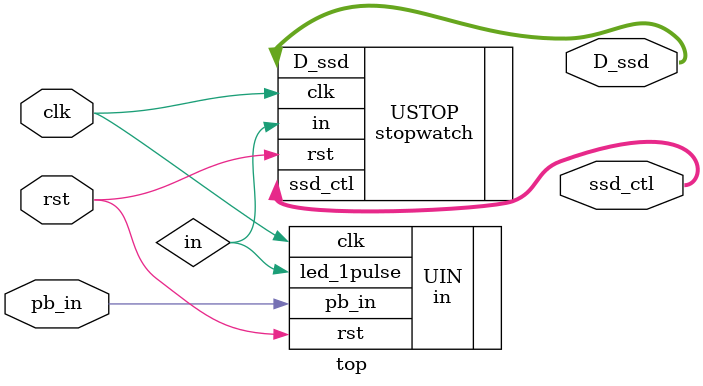
<source format=v>
`timescale 1ns / 1ps


module top(
    input clk,
    input rst,
    input pb_in,
    output [7:0]D_ssd,
    output [3:0]ssd_ctl
    );
    wire in;
    in UIN (
        .clk(clk),
        .rst(rst),
        .pb_in(pb_in),
        .led_1pulse(in)
        );
    stopwatch USTOP(
        .clk(clk),
        .rst(rst),
        .in(in),
        .ssd_ctl(ssd_ctl),
        .D_ssd(D_ssd)
        );
        
endmodule

</source>
